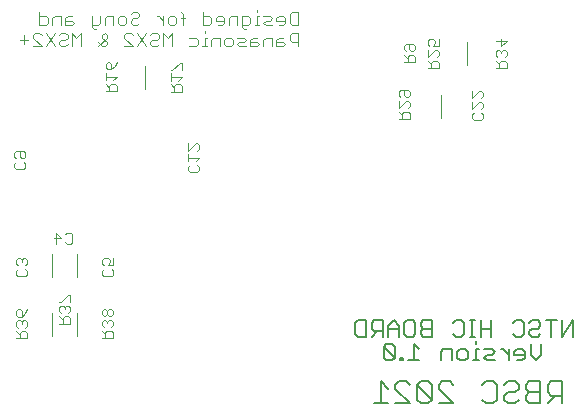
<source format=gbo>
G75*
%MOIN*%
%OFA0B0*%
%FSLAX25Y25*%
%IPPOS*%
%LPD*%
%AMOC8*
5,1,8,0,0,1.08239X$1,22.5*
%
%ADD10C,0.00600*%
%ADD11C,0.00500*%
%ADD12C,0.00400*%
%ADD13C,0.00394*%
%ADD14C,0.00300*%
D10*
X0133018Y0015153D02*
X0137872Y0015153D01*
X0140268Y0015153D02*
X0145122Y0015153D01*
X0140268Y0020007D01*
X0140268Y0021220D01*
X0141482Y0022433D01*
X0143909Y0022433D01*
X0145122Y0021220D01*
X0147519Y0021220D02*
X0152372Y0016367D01*
X0151159Y0015153D01*
X0148732Y0015153D01*
X0147519Y0016367D01*
X0147519Y0021220D01*
X0148732Y0022433D01*
X0151159Y0022433D01*
X0152372Y0021220D01*
X0152372Y0016367D01*
X0154769Y0015153D02*
X0159622Y0015153D01*
X0154769Y0020007D01*
X0154769Y0021220D01*
X0155982Y0022433D01*
X0158409Y0022433D01*
X0159622Y0021220D01*
X0169270Y0021220D02*
X0170483Y0022433D01*
X0172910Y0022433D01*
X0174123Y0021220D01*
X0174123Y0016367D01*
X0172910Y0015153D01*
X0170483Y0015153D01*
X0169270Y0016367D01*
X0176520Y0016367D02*
X0177733Y0015153D01*
X0180160Y0015153D01*
X0181373Y0016367D01*
X0183770Y0016367D02*
X0183770Y0017580D01*
X0184983Y0018793D01*
X0188624Y0018793D01*
X0191020Y0018793D02*
X0192234Y0017580D01*
X0195874Y0017580D01*
X0193447Y0017580D02*
X0191020Y0015153D01*
X0188624Y0015153D02*
X0184983Y0015153D01*
X0183770Y0016367D01*
X0184983Y0018793D02*
X0183770Y0020007D01*
X0183770Y0021220D01*
X0184983Y0022433D01*
X0188624Y0022433D01*
X0188624Y0015153D01*
X0191020Y0018793D02*
X0191020Y0021220D01*
X0192234Y0022433D01*
X0195874Y0022433D01*
X0195874Y0015153D01*
X0181373Y0020007D02*
X0180160Y0018793D01*
X0177733Y0018793D01*
X0176520Y0017580D01*
X0176520Y0016367D01*
X0176520Y0021220D02*
X0177733Y0022433D01*
X0180160Y0022433D01*
X0181373Y0021220D01*
X0181373Y0020007D01*
X0137872Y0020007D02*
X0135445Y0022433D01*
X0135445Y0015153D01*
D11*
X0137295Y0029473D02*
X0139098Y0029473D01*
X0140000Y0030375D01*
X0136393Y0033982D01*
X0136393Y0030375D01*
X0137295Y0029473D01*
X0140000Y0030375D02*
X0140000Y0033982D01*
X0139098Y0034883D01*
X0137295Y0034883D01*
X0136393Y0033982D01*
X0136035Y0037347D02*
X0136035Y0042757D01*
X0133330Y0042757D01*
X0132428Y0041856D01*
X0132428Y0040052D01*
X0133330Y0039151D01*
X0136035Y0039151D01*
X0134232Y0039151D02*
X0132428Y0037347D01*
X0130597Y0037347D02*
X0127892Y0037347D01*
X0126991Y0038249D01*
X0126991Y0041856D01*
X0127892Y0042757D01*
X0130597Y0042757D01*
X0130597Y0037347D01*
X0137866Y0037347D02*
X0137866Y0040954D01*
X0139669Y0042757D01*
X0141473Y0040954D01*
X0141473Y0037347D01*
X0143304Y0038249D02*
X0143304Y0041856D01*
X0144205Y0042757D01*
X0146009Y0042757D01*
X0146910Y0041856D01*
X0146910Y0038249D01*
X0146009Y0037347D01*
X0144205Y0037347D01*
X0143304Y0038249D01*
X0141473Y0040052D02*
X0137866Y0040052D01*
X0146353Y0034883D02*
X0146353Y0029473D01*
X0148156Y0029473D02*
X0144549Y0029473D01*
X0142718Y0029473D02*
X0142718Y0030375D01*
X0141817Y0030375D01*
X0141817Y0029473D01*
X0142718Y0029473D01*
X0146353Y0034883D02*
X0148156Y0033080D01*
X0149643Y0037347D02*
X0152348Y0037347D01*
X0152348Y0042757D01*
X0149643Y0042757D01*
X0148741Y0041856D01*
X0148741Y0040954D01*
X0149643Y0040052D01*
X0152348Y0040052D01*
X0149643Y0040052D02*
X0148741Y0039151D01*
X0148741Y0038249D01*
X0149643Y0037347D01*
X0155425Y0032178D02*
X0155425Y0029473D01*
X0155425Y0032178D02*
X0156327Y0033080D01*
X0159032Y0033080D01*
X0159032Y0029473D01*
X0160863Y0030375D02*
X0160863Y0032178D01*
X0161764Y0033080D01*
X0163568Y0033080D01*
X0164469Y0032178D01*
X0164469Y0030375D01*
X0163568Y0029473D01*
X0161764Y0029473D01*
X0160863Y0030375D01*
X0166291Y0029473D02*
X0168094Y0029473D01*
X0167193Y0029473D02*
X0167193Y0033080D01*
X0168094Y0033080D01*
X0169925Y0033080D02*
X0172630Y0033080D01*
X0173532Y0032178D01*
X0172630Y0031277D01*
X0170827Y0031277D01*
X0169925Y0030375D01*
X0170827Y0029473D01*
X0173532Y0029473D01*
X0175359Y0033080D02*
X0176260Y0033080D01*
X0178064Y0031277D01*
X0178064Y0033080D02*
X0178064Y0029473D01*
X0179895Y0031277D02*
X0183501Y0031277D01*
X0183501Y0032178D02*
X0183501Y0030375D01*
X0182600Y0029473D01*
X0180796Y0029473D01*
X0179895Y0031277D02*
X0179895Y0032178D01*
X0180796Y0033080D01*
X0182600Y0033080D01*
X0183501Y0032178D01*
X0185332Y0031277D02*
X0185332Y0034883D01*
X0185894Y0037347D02*
X0187698Y0037347D01*
X0188600Y0038249D01*
X0187698Y0040052D02*
X0185894Y0040052D01*
X0184993Y0039151D01*
X0184993Y0038249D01*
X0185894Y0037347D01*
X0183162Y0038249D02*
X0182260Y0037347D01*
X0180457Y0037347D01*
X0179555Y0038249D01*
X0179555Y0041856D02*
X0180457Y0042757D01*
X0182260Y0042757D01*
X0183162Y0041856D01*
X0183162Y0038249D01*
X0184993Y0041856D02*
X0185894Y0042757D01*
X0187698Y0042757D01*
X0188600Y0041856D01*
X0188600Y0040954D01*
X0187698Y0040052D01*
X0190430Y0042757D02*
X0194037Y0042757D01*
X0192234Y0042757D02*
X0192234Y0037347D01*
X0195868Y0037347D02*
X0195868Y0042757D01*
X0199475Y0042757D02*
X0195868Y0037347D01*
X0199475Y0037347D02*
X0199475Y0042757D01*
X0188939Y0034883D02*
X0188939Y0031277D01*
X0187136Y0029473D01*
X0185332Y0031277D01*
X0172286Y0037347D02*
X0172286Y0042757D01*
X0168680Y0042757D02*
X0168680Y0037347D01*
X0166849Y0037347D02*
X0165045Y0037347D01*
X0165947Y0037347D02*
X0165947Y0042757D01*
X0166849Y0042757D02*
X0165045Y0042757D01*
X0163224Y0041856D02*
X0163224Y0038249D01*
X0162322Y0037347D01*
X0160518Y0037347D01*
X0159617Y0038249D01*
X0159617Y0041856D02*
X0160518Y0042757D01*
X0162322Y0042757D01*
X0163224Y0041856D01*
X0168680Y0040052D02*
X0172286Y0040052D01*
X0167193Y0035785D02*
X0167193Y0034883D01*
D12*
X0107887Y0134148D02*
X0107887Y0138476D01*
X0105723Y0138476D01*
X0105001Y0137754D01*
X0105001Y0136312D01*
X0105723Y0135590D01*
X0107887Y0135590D01*
X0103536Y0134869D02*
X0102815Y0135590D01*
X0100651Y0135590D01*
X0100651Y0136312D02*
X0100651Y0134148D01*
X0102815Y0134148D01*
X0103536Y0134869D01*
X0102815Y0137033D02*
X0101372Y0137033D01*
X0100651Y0136312D01*
X0099186Y0137033D02*
X0099186Y0134148D01*
X0099186Y0137033D02*
X0097022Y0137033D01*
X0096301Y0136312D01*
X0096301Y0134148D01*
X0094836Y0134869D02*
X0094115Y0135590D01*
X0091951Y0135590D01*
X0091951Y0136312D02*
X0091951Y0134148D01*
X0094115Y0134148D01*
X0094836Y0134869D01*
X0094115Y0137033D02*
X0092672Y0137033D01*
X0091951Y0136312D01*
X0090486Y0136312D02*
X0089765Y0137033D01*
X0087601Y0137033D01*
X0088322Y0135590D02*
X0089765Y0135590D01*
X0090486Y0136312D01*
X0090486Y0134148D02*
X0088322Y0134148D01*
X0087601Y0134869D01*
X0088322Y0135590D01*
X0086136Y0134869D02*
X0085414Y0134148D01*
X0083972Y0134148D01*
X0083250Y0134869D01*
X0083250Y0136312D01*
X0083972Y0137033D01*
X0085414Y0137033D01*
X0086136Y0136312D01*
X0086136Y0134869D01*
X0081786Y0134148D02*
X0081786Y0137033D01*
X0079622Y0137033D01*
X0078900Y0136312D01*
X0078900Y0134148D01*
X0077435Y0134148D02*
X0075993Y0134148D01*
X0076714Y0134148D02*
X0076714Y0137033D01*
X0077435Y0137033D01*
X0076714Y0138476D02*
X0076714Y0139197D01*
X0076000Y0141234D02*
X0078164Y0141234D01*
X0078885Y0141956D01*
X0078885Y0143398D01*
X0078164Y0144120D01*
X0076000Y0144120D01*
X0076000Y0145562D02*
X0076000Y0141234D01*
X0080350Y0142677D02*
X0083236Y0142677D01*
X0083236Y0143398D02*
X0082514Y0144120D01*
X0081072Y0144120D01*
X0080350Y0143398D01*
X0080350Y0142677D01*
X0081072Y0141234D02*
X0082514Y0141234D01*
X0083236Y0141956D01*
X0083236Y0143398D01*
X0084700Y0143398D02*
X0084700Y0141234D01*
X0084700Y0143398D02*
X0085422Y0144120D01*
X0087586Y0144120D01*
X0087586Y0141234D01*
X0089051Y0141234D02*
X0091215Y0141234D01*
X0091936Y0141956D01*
X0091936Y0143398D01*
X0091215Y0144120D01*
X0089051Y0144120D01*
X0089051Y0140513D01*
X0089772Y0139792D01*
X0090493Y0139792D01*
X0093393Y0141234D02*
X0094836Y0141234D01*
X0094115Y0141234D02*
X0094115Y0144120D01*
X0094836Y0144120D01*
X0096301Y0144120D02*
X0098465Y0144120D01*
X0099186Y0143398D01*
X0098465Y0142677D01*
X0097022Y0142677D01*
X0096301Y0141956D01*
X0097022Y0141234D01*
X0099186Y0141234D01*
X0100651Y0142677D02*
X0103536Y0142677D01*
X0103536Y0143398D02*
X0102815Y0144120D01*
X0101372Y0144120D01*
X0100651Y0143398D01*
X0100651Y0142677D01*
X0101372Y0141234D02*
X0102815Y0141234D01*
X0103536Y0141956D01*
X0103536Y0143398D01*
X0105001Y0141956D02*
X0105723Y0141234D01*
X0107887Y0141234D01*
X0107887Y0145562D01*
X0105723Y0145562D01*
X0105001Y0144841D01*
X0105001Y0141956D01*
X0094115Y0145562D02*
X0094115Y0146284D01*
X0074535Y0136312D02*
X0074535Y0134869D01*
X0073814Y0134148D01*
X0071650Y0134148D01*
X0071650Y0137033D02*
X0073814Y0137033D01*
X0074535Y0136312D01*
X0069464Y0141234D02*
X0069464Y0144841D01*
X0068742Y0145562D01*
X0067285Y0143398D02*
X0066564Y0144120D01*
X0065121Y0144120D01*
X0064400Y0143398D01*
X0064400Y0141956D01*
X0065121Y0141234D01*
X0066564Y0141234D01*
X0067285Y0141956D01*
X0067285Y0143398D01*
X0068742Y0143398D02*
X0070185Y0143398D01*
X0065835Y0138476D02*
X0064392Y0137033D01*
X0062950Y0138476D01*
X0062950Y0134148D01*
X0061485Y0134869D02*
X0060763Y0134148D01*
X0059321Y0134148D01*
X0058599Y0134869D01*
X0058599Y0135590D01*
X0059321Y0136312D01*
X0060763Y0136312D01*
X0061485Y0137033D01*
X0061485Y0137754D01*
X0060763Y0138476D01*
X0059321Y0138476D01*
X0058599Y0137754D01*
X0057135Y0138476D02*
X0054249Y0134148D01*
X0052784Y0134148D02*
X0049899Y0137033D01*
X0049899Y0137754D01*
X0050620Y0138476D01*
X0052063Y0138476D01*
X0052784Y0137754D01*
X0054249Y0138476D02*
X0057135Y0134148D01*
X0052784Y0134148D02*
X0049899Y0134148D01*
X0044084Y0134869D02*
X0044084Y0135590D01*
X0042641Y0137033D01*
X0042641Y0137754D01*
X0043363Y0138476D01*
X0044084Y0137754D01*
X0044084Y0137033D01*
X0041199Y0134148D01*
X0041199Y0135590D02*
X0042641Y0134148D01*
X0043363Y0134148D01*
X0044084Y0134869D01*
X0040466Y0139792D02*
X0039745Y0139792D01*
X0039024Y0140513D01*
X0039024Y0144120D01*
X0041909Y0144120D02*
X0041909Y0141956D01*
X0041188Y0141234D01*
X0039024Y0141234D01*
X0043374Y0141234D02*
X0043374Y0143398D01*
X0044095Y0144120D01*
X0046259Y0144120D01*
X0046259Y0141234D01*
X0047724Y0141956D02*
X0047724Y0143398D01*
X0048445Y0144120D01*
X0049888Y0144120D01*
X0050609Y0143398D01*
X0050609Y0141956D01*
X0049888Y0141234D01*
X0048445Y0141234D01*
X0047724Y0141956D01*
X0052074Y0141956D02*
X0052795Y0141234D01*
X0054238Y0141234D01*
X0054960Y0141956D01*
X0054238Y0143398D02*
X0052795Y0143398D01*
X0052074Y0142677D01*
X0052074Y0141956D01*
X0054238Y0143398D02*
X0054960Y0144120D01*
X0054960Y0144841D01*
X0054238Y0145562D01*
X0052795Y0145562D01*
X0052074Y0144841D01*
X0060771Y0144120D02*
X0061492Y0144120D01*
X0062935Y0142677D01*
X0062935Y0141234D02*
X0062935Y0144120D01*
X0065835Y0138476D02*
X0065835Y0134148D01*
X0035384Y0134148D02*
X0035384Y0138476D01*
X0033941Y0137033D01*
X0032498Y0138476D01*
X0032498Y0134148D01*
X0031034Y0134869D02*
X0030312Y0134148D01*
X0028870Y0134148D01*
X0028148Y0134869D01*
X0028148Y0135590D01*
X0028870Y0136312D01*
X0030312Y0136312D01*
X0031034Y0137033D01*
X0031034Y0137754D01*
X0030312Y0138476D01*
X0028870Y0138476D01*
X0028148Y0137754D01*
X0026683Y0138476D02*
X0023798Y0134148D01*
X0022333Y0134148D02*
X0019448Y0137033D01*
X0019448Y0137754D01*
X0020169Y0138476D01*
X0021612Y0138476D01*
X0022333Y0137754D01*
X0023798Y0138476D02*
X0026683Y0134148D01*
X0022333Y0134148D02*
X0019448Y0134148D01*
X0017983Y0136312D02*
X0015098Y0136312D01*
X0016540Y0137754D02*
X0016540Y0134869D01*
X0021623Y0141234D02*
X0023787Y0141234D01*
X0024508Y0141956D01*
X0024508Y0143398D01*
X0023787Y0144120D01*
X0021623Y0144120D01*
X0021623Y0145562D02*
X0021623Y0141234D01*
X0025973Y0141234D02*
X0025973Y0143398D01*
X0026694Y0144120D01*
X0028859Y0144120D01*
X0028859Y0141234D01*
X0030323Y0141234D02*
X0030323Y0143398D01*
X0031045Y0144120D01*
X0032487Y0144120D01*
X0032487Y0142677D02*
X0030323Y0142677D01*
X0030323Y0141234D02*
X0032487Y0141234D01*
X0033209Y0141956D01*
X0032487Y0142677D01*
D13*
X0056709Y0127648D02*
X0056709Y0119971D01*
X0034071Y0064853D02*
X0034071Y0057176D01*
X0025803Y0057176D02*
X0025803Y0064853D01*
X0025803Y0045365D02*
X0025803Y0037688D01*
X0034071Y0037688D02*
X0034071Y0045365D01*
X0155528Y0110326D02*
X0155528Y0118003D01*
X0164189Y0128042D02*
X0164189Y0135719D01*
D14*
X0017507Y0036746D02*
X0013867Y0036746D01*
X0015080Y0036746D02*
X0015080Y0038566D01*
X0015687Y0039173D01*
X0016900Y0039173D01*
X0017507Y0038566D01*
X0017507Y0036746D01*
X0015080Y0037959D02*
X0013867Y0039173D01*
X0014473Y0040371D02*
X0013867Y0040978D01*
X0013867Y0042191D01*
X0014473Y0042798D01*
X0015080Y0042798D01*
X0015687Y0042191D01*
X0015687Y0041584D01*
X0015687Y0042191D02*
X0016293Y0042798D01*
X0016900Y0042798D01*
X0017507Y0042191D01*
X0017507Y0040978D01*
X0016900Y0040371D01*
X0015687Y0043996D02*
X0014473Y0043996D01*
X0013867Y0044603D01*
X0013867Y0045816D01*
X0014473Y0046423D01*
X0015080Y0046423D01*
X0015687Y0045816D01*
X0015687Y0043996D01*
X0016900Y0045209D01*
X0017507Y0046423D01*
X0028197Y0045869D02*
X0028804Y0045262D01*
X0028197Y0045869D02*
X0028197Y0047082D01*
X0028804Y0047689D01*
X0029411Y0047689D01*
X0030017Y0047082D01*
X0030017Y0046476D01*
X0030017Y0047082D02*
X0030624Y0047689D01*
X0031231Y0047689D01*
X0031837Y0047082D01*
X0031837Y0045869D01*
X0031231Y0045262D01*
X0031231Y0044064D02*
X0030017Y0044064D01*
X0029411Y0043457D01*
X0029411Y0041637D01*
X0029411Y0042850D02*
X0028197Y0044064D01*
X0028197Y0041637D02*
X0031837Y0041637D01*
X0031837Y0043457D01*
X0031231Y0044064D01*
X0031837Y0048887D02*
X0031837Y0051314D01*
X0031231Y0051314D01*
X0028804Y0048887D01*
X0028197Y0048887D01*
X0017507Y0058045D02*
X0016900Y0057438D01*
X0014473Y0057438D01*
X0013867Y0058045D01*
X0013867Y0059258D01*
X0014473Y0059865D01*
X0014473Y0061063D02*
X0013867Y0061670D01*
X0013867Y0062883D01*
X0014473Y0063490D01*
X0015080Y0063490D01*
X0015687Y0062883D01*
X0015687Y0062276D01*
X0015687Y0062883D02*
X0016293Y0063490D01*
X0016900Y0063490D01*
X0017507Y0062883D01*
X0017507Y0061670D01*
X0016900Y0061063D01*
X0016900Y0059865D02*
X0017507Y0059258D01*
X0017507Y0058045D01*
X0027176Y0068389D02*
X0027176Y0072029D01*
X0028997Y0070209D01*
X0026570Y0070209D01*
X0030195Y0068996D02*
X0030802Y0068389D01*
X0032015Y0068389D01*
X0032622Y0068996D01*
X0032622Y0071422D01*
X0032015Y0072029D01*
X0030802Y0072029D01*
X0030195Y0071422D01*
X0042646Y0062883D02*
X0042646Y0061670D01*
X0043253Y0061063D01*
X0043253Y0059865D02*
X0042646Y0059258D01*
X0042646Y0058045D01*
X0043253Y0057438D01*
X0045679Y0057438D01*
X0046286Y0058045D01*
X0046286Y0059258D01*
X0045679Y0059865D01*
X0046286Y0061063D02*
X0044466Y0061063D01*
X0045073Y0062276D01*
X0045073Y0062883D01*
X0044466Y0063490D01*
X0043253Y0063490D01*
X0042646Y0062883D01*
X0046286Y0063490D02*
X0046286Y0061063D01*
X0045443Y0046620D02*
X0044837Y0046620D01*
X0044230Y0046013D01*
X0044230Y0044800D01*
X0044837Y0044193D01*
X0045443Y0044193D01*
X0046050Y0044800D01*
X0046050Y0046013D01*
X0045443Y0046620D01*
X0044230Y0046013D02*
X0043623Y0046620D01*
X0043017Y0046620D01*
X0042410Y0046013D01*
X0042410Y0044800D01*
X0043017Y0044193D01*
X0043623Y0044193D01*
X0044230Y0044800D01*
X0044837Y0042995D02*
X0044230Y0042388D01*
X0043623Y0042995D01*
X0043017Y0042995D01*
X0042410Y0042388D01*
X0042410Y0041174D01*
X0043017Y0040568D01*
X0042410Y0039369D02*
X0043623Y0038156D01*
X0043623Y0038763D02*
X0043623Y0036943D01*
X0042410Y0036943D02*
X0046050Y0036943D01*
X0046050Y0038763D01*
X0045443Y0039369D01*
X0044230Y0039369D01*
X0043623Y0038763D01*
X0045443Y0040568D02*
X0046050Y0041174D01*
X0046050Y0042388D01*
X0045443Y0042995D01*
X0044837Y0042995D01*
X0044230Y0042388D02*
X0044230Y0041781D01*
X0071894Y0092129D02*
X0071288Y0092736D01*
X0071288Y0093949D01*
X0071894Y0094556D01*
X0071288Y0095754D02*
X0071288Y0098181D01*
X0071288Y0099379D02*
X0073715Y0101806D01*
X0074321Y0101806D01*
X0074928Y0101199D01*
X0074928Y0099986D01*
X0074321Y0099379D01*
X0071288Y0099379D02*
X0071288Y0101806D01*
X0071288Y0096968D02*
X0074928Y0096968D01*
X0073715Y0095754D01*
X0074321Y0094556D02*
X0074928Y0093949D01*
X0074928Y0092736D01*
X0074321Y0092129D01*
X0071894Y0092129D01*
X0069022Y0119039D02*
X0065382Y0119039D01*
X0066596Y0119039D02*
X0066596Y0120859D01*
X0067202Y0121465D01*
X0068416Y0121465D01*
X0069022Y0120859D01*
X0069022Y0119039D01*
X0066596Y0120252D02*
X0065382Y0121465D01*
X0065382Y0122664D02*
X0065382Y0125090D01*
X0065382Y0126289D02*
X0065989Y0126289D01*
X0068416Y0128716D01*
X0069022Y0128716D01*
X0069022Y0126289D01*
X0069022Y0123877D02*
X0065382Y0123877D01*
X0067809Y0122664D02*
X0069022Y0123877D01*
X0047408Y0123995D02*
X0046195Y0122782D01*
X0046802Y0121583D02*
X0045588Y0121583D01*
X0044981Y0120977D01*
X0044981Y0119157D01*
X0043768Y0119157D02*
X0047408Y0119157D01*
X0047408Y0120977D01*
X0046802Y0121583D01*
X0044981Y0120370D02*
X0043768Y0121583D01*
X0043768Y0122782D02*
X0043768Y0125209D01*
X0043768Y0123995D02*
X0047408Y0123995D01*
X0045588Y0126407D02*
X0045588Y0128227D01*
X0044981Y0128834D01*
X0044375Y0128834D01*
X0043768Y0128227D01*
X0043768Y0127014D01*
X0044375Y0126407D01*
X0045588Y0126407D01*
X0046802Y0127620D01*
X0047408Y0128834D01*
X0016955Y0098572D02*
X0016349Y0099179D01*
X0013922Y0099179D01*
X0013315Y0098572D01*
X0013315Y0097359D01*
X0013922Y0096752D01*
X0013922Y0095554D02*
X0013315Y0094947D01*
X0013315Y0093734D01*
X0013922Y0093127D01*
X0016349Y0093127D01*
X0016955Y0093734D01*
X0016955Y0094947D01*
X0016349Y0095554D01*
X0016349Y0096752D02*
X0015742Y0096752D01*
X0015135Y0097359D01*
X0015135Y0099179D01*
X0016955Y0098572D02*
X0016955Y0097359D01*
X0016349Y0096752D01*
X0141386Y0109944D02*
X0145026Y0109944D01*
X0145026Y0111764D01*
X0144420Y0112371D01*
X0143206Y0112371D01*
X0142600Y0111764D01*
X0142600Y0109944D01*
X0142600Y0111157D02*
X0141386Y0112371D01*
X0141386Y0113569D02*
X0143813Y0115996D01*
X0144420Y0115996D01*
X0145026Y0115389D01*
X0145026Y0114176D01*
X0144420Y0113569D01*
X0141386Y0113569D02*
X0141386Y0115996D01*
X0141993Y0117194D02*
X0141386Y0117801D01*
X0141386Y0119014D01*
X0141993Y0119621D01*
X0144420Y0119621D01*
X0145026Y0119014D01*
X0145026Y0117801D01*
X0144420Y0117194D01*
X0143813Y0117194D01*
X0143206Y0117801D01*
X0143206Y0119621D01*
X0151032Y0126873D02*
X0154672Y0126873D01*
X0154672Y0128693D01*
X0154065Y0129300D01*
X0152852Y0129300D01*
X0152245Y0128693D01*
X0152245Y0126873D01*
X0152245Y0128087D02*
X0151032Y0129300D01*
X0151032Y0130498D02*
X0153459Y0132925D01*
X0154065Y0132925D01*
X0154672Y0132318D01*
X0154672Y0131105D01*
X0154065Y0130498D01*
X0151032Y0130498D02*
X0151032Y0132925D01*
X0151639Y0134123D02*
X0151032Y0134730D01*
X0151032Y0135944D01*
X0151639Y0136550D01*
X0152852Y0136550D01*
X0153459Y0135944D01*
X0153459Y0135337D01*
X0152852Y0134123D01*
X0154672Y0134123D01*
X0154672Y0136550D01*
X0146798Y0134287D02*
X0146798Y0133074D01*
X0146191Y0132467D01*
X0145585Y0132467D01*
X0144978Y0133074D01*
X0144978Y0134894D01*
X0143765Y0134894D02*
X0146191Y0134894D01*
X0146798Y0134287D01*
X0143765Y0134894D02*
X0143158Y0134287D01*
X0143158Y0133074D01*
X0143765Y0132467D01*
X0143158Y0131268D02*
X0144371Y0130055D01*
X0144371Y0130662D02*
X0144371Y0128842D01*
X0143158Y0128842D02*
X0146798Y0128842D01*
X0146798Y0130662D01*
X0146191Y0131268D01*
X0144978Y0131268D01*
X0144371Y0130662D01*
X0165796Y0119286D02*
X0165796Y0116860D01*
X0168222Y0119286D01*
X0168829Y0119286D01*
X0169436Y0118680D01*
X0169436Y0117466D01*
X0168829Y0116860D01*
X0168829Y0115661D02*
X0168222Y0115661D01*
X0165796Y0113235D01*
X0165796Y0115661D01*
X0168829Y0115661D02*
X0169436Y0115055D01*
X0169436Y0113841D01*
X0168829Y0113235D01*
X0168829Y0112036D02*
X0169436Y0111430D01*
X0169436Y0110216D01*
X0168829Y0109609D01*
X0166402Y0109609D01*
X0165796Y0110216D01*
X0165796Y0111430D01*
X0166402Y0112036D01*
X0173709Y0126903D02*
X0177349Y0126903D01*
X0177349Y0128723D01*
X0176742Y0129330D01*
X0175529Y0129330D01*
X0174922Y0128723D01*
X0174922Y0126903D01*
X0174922Y0128117D02*
X0173709Y0129330D01*
X0174316Y0130528D02*
X0173709Y0131135D01*
X0173709Y0132348D01*
X0174316Y0132955D01*
X0174922Y0132955D01*
X0175529Y0132348D01*
X0175529Y0131742D01*
X0175529Y0132348D02*
X0176136Y0132955D01*
X0176742Y0132955D01*
X0177349Y0132348D01*
X0177349Y0131135D01*
X0176742Y0130528D01*
X0175529Y0134154D02*
X0175529Y0136580D01*
X0173709Y0135974D02*
X0177349Y0135974D01*
X0175529Y0134154D01*
M02*

</source>
